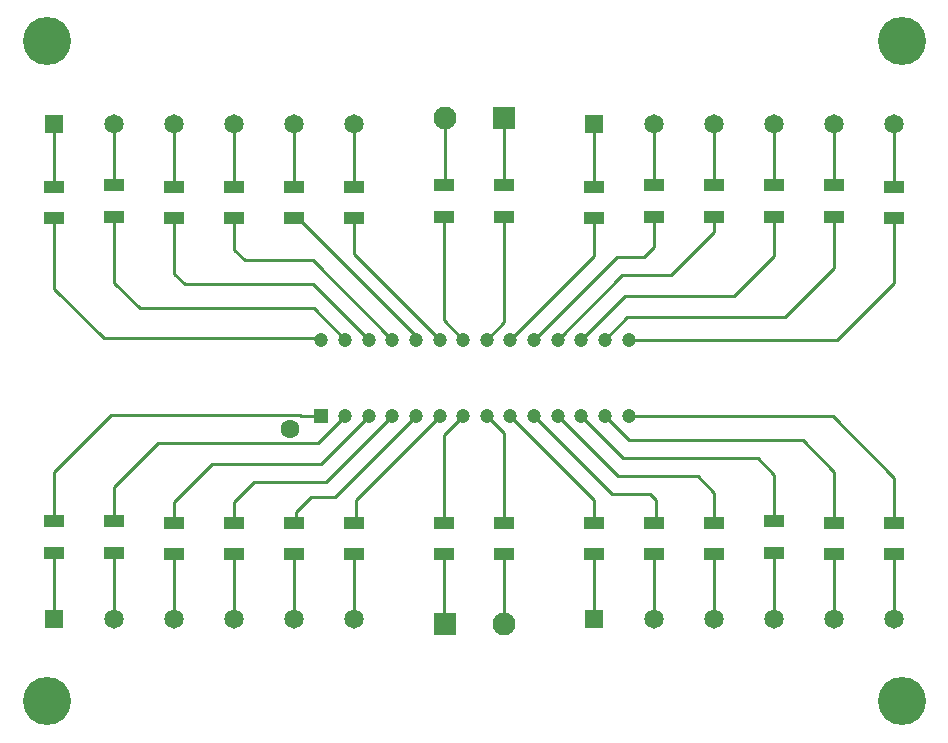
<source format=gtl>
G04*
G04 #@! TF.GenerationSoftware,Altium Limited,Altium Designer,20.1.14 (287)*
G04*
G04 Layer_Physical_Order=1*
G04 Layer_Color=255*
%FSLAX25Y25*%
%MOIN*%
G70*
G04*
G04 #@! TF.SameCoordinates,2D993F0E-9169-457A-8C09-F8E6D10386A7*
G04*
G04*
G04 #@! TF.FilePolarity,Positive*
G04*
G01*
G75*
%ADD12C,0.01000*%
%ADD13R,0.07008X0.04488*%
%ADD23R,0.06496X0.06496*%
%ADD24C,0.06496*%
%ADD25C,0.07677*%
%ADD26R,0.07677X0.07677*%
%ADD27C,0.16000*%
%ADD28C,0.06299*%
%ADD29R,0.04724X0.04724*%
%ADD30C,0.04724*%
D12*
X216500Y73500D02*
X217000Y74000D01*
Y81000D01*
X202500Y83000D02*
X215000D01*
X217000Y81000D01*
X176500Y109000D02*
X202500Y83000D01*
X184374Y109000D02*
X204374Y89000D01*
X231000D01*
X236500Y83500D01*
Y73500D02*
Y83500D01*
X192248Y109000D02*
X206248Y95000D01*
X251000D01*
X256500Y89500D01*
Y73972D02*
Y89500D01*
X200122Y109000D02*
X208122Y101000D01*
X266000D01*
X276500Y90500D01*
Y73500D02*
Y90500D01*
X207996Y109000D02*
X276000D01*
X296500Y73500D02*
Y88500D01*
X276000Y109000D02*
X296500Y88500D01*
X168626Y109000D02*
X196500Y81126D01*
Y73500D02*
Y81126D01*
X166342Y73500D02*
Y103410D01*
X160752Y109000D02*
X166342Y103410D01*
X146500Y73500D02*
Y102622D01*
X152878Y109000D01*
X116500Y73500D02*
X117000Y74000D01*
Y81000D01*
X145000Y109000D01*
X145004D01*
X96500Y73500D02*
X97000Y74000D01*
Y77000D01*
X102000Y82000D01*
X110130D02*
X137130Y109000D01*
X102000Y82000D02*
X110130D01*
X76500Y73500D02*
Y80500D01*
X83000Y87000D01*
X107256D02*
X129256Y109000D01*
X83000Y87000D02*
X107256D01*
X56500Y73500D02*
Y80500D01*
X69000Y93000D01*
X105382D02*
X121382Y109000D01*
X69000Y93000D02*
X105382D01*
X36500Y73972D02*
Y85500D01*
X51000Y100000D01*
X104508D01*
X113508Y109000D01*
X98683D02*
X105634D01*
X98364Y109319D02*
X98683Y109000D01*
X35319Y109319D02*
X98364D01*
X16500Y90500D02*
X35319Y109319D01*
X16500Y73972D02*
Y90500D01*
X207531Y142000D02*
X260000D01*
X200122Y134591D02*
X207531Y142000D01*
X260000D02*
X276500Y158500D01*
Y175500D01*
X207996Y134591D02*
X277590D01*
X296500Y153500D02*
Y175028D01*
X277590Y134591D02*
X296500Y153500D01*
X256500Y162500D02*
Y175500D01*
X243000Y149000D02*
X256500Y162500D01*
X206658Y149000D02*
X243000D01*
X192248Y134591D02*
X206658Y149000D01*
X256000Y175000D02*
X256500Y175500D01*
X205784Y156000D02*
X222000D01*
X184374Y134591D02*
X205784Y156000D01*
X222000D02*
X236500Y170500D01*
Y175500D01*
X216500Y165500D02*
Y175500D01*
X213000Y162000D02*
X216500Y165500D01*
X204000Y162000D02*
X213000D01*
X176500Y134591D02*
X176591D01*
X204000Y162000D01*
X168626Y134591D02*
X196500Y162465D01*
Y175028D01*
X166500Y140339D02*
Y175500D01*
X160752Y134591D02*
X166500Y140339D01*
X146500Y140969D02*
Y175500D01*
Y140969D02*
X152878Y134591D01*
X116500Y163094D02*
X145004Y134591D01*
X116500Y163094D02*
Y175028D01*
X96500D02*
X97760D01*
X136417Y136370D01*
Y135303D02*
Y136370D01*
Y135303D02*
X137130Y134591D01*
X102847Y161000D02*
X129256Y134591D01*
X80000Y161000D02*
X102847D01*
X76500Y164500D02*
Y175028D01*
Y164500D02*
X80000Y161000D01*
X102972Y153000D02*
X121382Y134591D01*
X60000Y153000D02*
X102972D01*
X56500Y156500D02*
Y175028D01*
Y156500D02*
X60000Y153000D01*
X103098Y145000D02*
X113508Y134591D01*
X45000Y145000D02*
X103098D01*
X36500Y153500D02*
Y175500D01*
Y153500D02*
X45000Y145000D01*
X105224Y135000D02*
X105634Y134591D01*
X33000Y135000D02*
X105224D01*
X16500Y151500D02*
Y175028D01*
Y151500D02*
X33000Y135000D01*
X16500Y185500D02*
Y206500D01*
X36500Y185972D02*
Y206500D01*
X56500Y185500D02*
Y206500D01*
X76500Y185500D02*
Y206500D01*
X96500Y185500D02*
Y206500D01*
X116500Y185500D02*
Y206500D01*
X146658Y186130D02*
Y208272D01*
X146500Y185972D02*
X146658Y186130D01*
X166500Y185972D02*
Y208114D01*
X166342Y208272D02*
X166500Y208114D01*
X196500Y185500D02*
Y206500D01*
X216500Y185972D02*
Y206500D01*
X236500Y185972D02*
Y206500D01*
X256500Y185972D02*
Y206500D01*
X276500Y185972D02*
Y206500D01*
X296500Y185500D02*
Y206500D01*
Y41500D02*
Y63028D01*
X276500Y41500D02*
Y63028D01*
X256500Y41500D02*
Y63500D01*
X236500Y41500D02*
Y63028D01*
X216500Y41500D02*
Y63028D01*
X196500Y41500D02*
Y63028D01*
X166342Y39728D02*
Y63028D01*
X166342Y63028D02*
X166342Y63028D01*
X146500Y39886D02*
Y63028D01*
Y39886D02*
X146658Y39728D01*
X116500Y41500D02*
Y63028D01*
X96500Y41500D02*
Y63028D01*
X76500Y41500D02*
Y63028D01*
X56500Y41500D02*
Y63028D01*
X36500Y41500D02*
Y63500D01*
X16500Y41500D02*
Y63500D01*
D13*
X116500Y73500D02*
D03*
Y63028D02*
D03*
X196500Y73500D02*
D03*
Y63028D02*
D03*
X216500Y73500D02*
D03*
Y63028D02*
D03*
X236500Y73500D02*
D03*
Y63028D02*
D03*
X256500Y73972D02*
D03*
Y63500D02*
D03*
X276500Y73500D02*
D03*
Y63028D02*
D03*
X296500Y73500D02*
D03*
Y63028D02*
D03*
X146500Y73500D02*
D03*
Y63028D02*
D03*
X166342Y73500D02*
D03*
Y63028D02*
D03*
X16500Y73972D02*
D03*
Y63500D02*
D03*
X36500Y73972D02*
D03*
Y63500D02*
D03*
X56500Y73500D02*
D03*
Y63028D02*
D03*
X76500Y73500D02*
D03*
Y63028D02*
D03*
X96500Y73500D02*
D03*
Y63028D02*
D03*
X296500Y185500D02*
D03*
Y175028D02*
D03*
X276500Y185972D02*
D03*
Y175500D02*
D03*
X256500Y185972D02*
D03*
Y175500D02*
D03*
X236500Y185972D02*
D03*
Y175500D02*
D03*
X216500Y185972D02*
D03*
Y175500D02*
D03*
X196500Y185500D02*
D03*
Y175028D02*
D03*
X146500Y185972D02*
D03*
Y175500D02*
D03*
X166500Y185972D02*
D03*
Y175500D02*
D03*
X116500Y185500D02*
D03*
Y175028D02*
D03*
X96500Y185500D02*
D03*
Y175028D02*
D03*
X76500Y185500D02*
D03*
Y175028D02*
D03*
X56500Y185500D02*
D03*
Y175028D02*
D03*
X36500Y185972D02*
D03*
Y175500D02*
D03*
X16500Y185500D02*
D03*
Y175028D02*
D03*
D23*
X196500Y41500D02*
D03*
X16500D02*
D03*
X196500Y206500D02*
D03*
X16500D02*
D03*
D24*
X216500Y41500D02*
D03*
X236500D02*
D03*
X256500D02*
D03*
X276500D02*
D03*
X296500D02*
D03*
X36500D02*
D03*
X56500D02*
D03*
X76500D02*
D03*
X96500D02*
D03*
X116500D02*
D03*
X216500Y206500D02*
D03*
X236500D02*
D03*
X256500D02*
D03*
X276500D02*
D03*
X296500D02*
D03*
X36500D02*
D03*
X56500D02*
D03*
X76500D02*
D03*
X96500D02*
D03*
X116500D02*
D03*
D25*
X166342Y39728D02*
D03*
X146658Y208272D02*
D03*
D26*
Y39728D02*
D03*
X166342Y208272D02*
D03*
D27*
X14000Y234000D02*
D03*
X299000D02*
D03*
Y14000D02*
D03*
X14000D02*
D03*
D28*
X95201Y104669D02*
D03*
D29*
X105634Y109000D02*
D03*
D30*
X113508D02*
D03*
X121382D02*
D03*
X129256D02*
D03*
X137130D02*
D03*
X145004D02*
D03*
X152878D02*
D03*
X160752D02*
D03*
X168626D02*
D03*
X176500D02*
D03*
X184374D02*
D03*
X192248D02*
D03*
X200122D02*
D03*
X207996D02*
D03*
X105634Y134591D02*
D03*
X113508D02*
D03*
X121382D02*
D03*
X129256D02*
D03*
X137130D02*
D03*
X145004D02*
D03*
X152878D02*
D03*
X160752D02*
D03*
X168626D02*
D03*
X176500D02*
D03*
X184374D02*
D03*
X192248D02*
D03*
X200122D02*
D03*
X207996D02*
D03*
M02*

</source>
